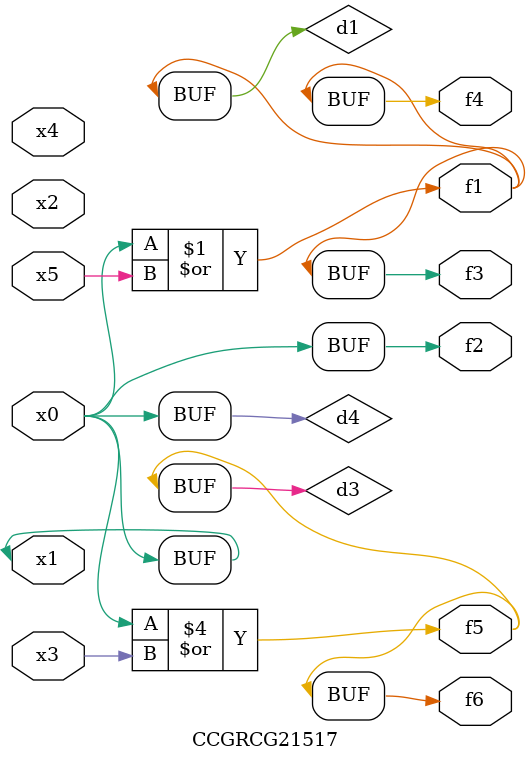
<source format=v>
module CCGRCG21517(
	input x0, x1, x2, x3, x4, x5,
	output f1, f2, f3, f4, f5, f6
);

	wire d1, d2, d3, d4;

	or (d1, x0, x5);
	xnor (d2, x1, x4);
	or (d3, x0, x3);
	buf (d4, x0, x1);
	assign f1 = d1;
	assign f2 = d4;
	assign f3 = d1;
	assign f4 = d1;
	assign f5 = d3;
	assign f6 = d3;
endmodule

</source>
